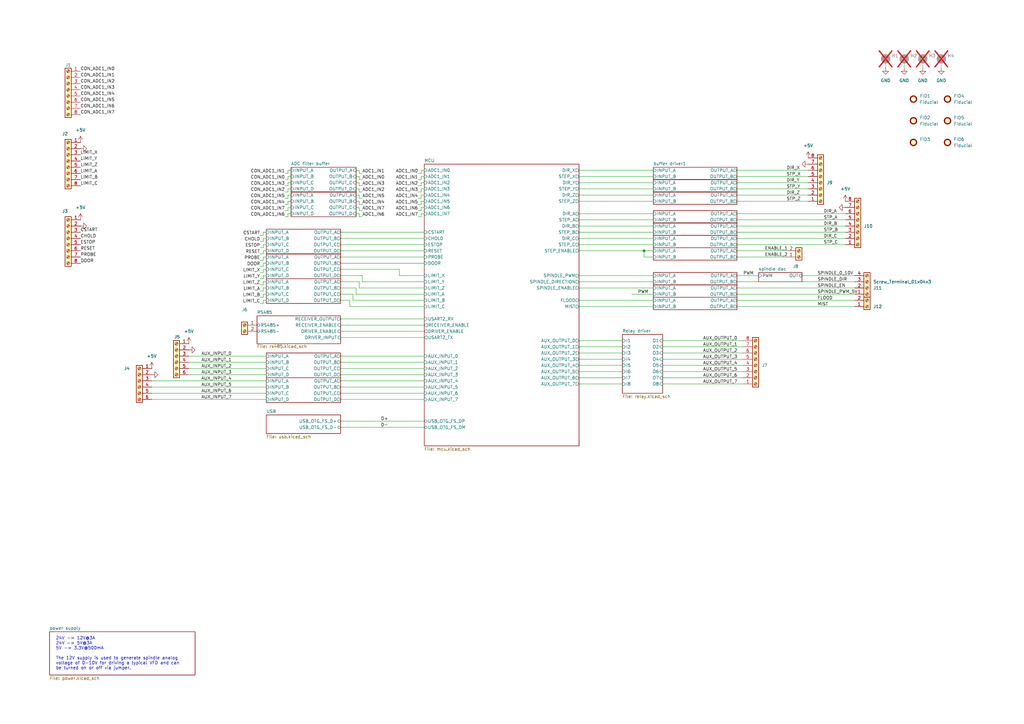
<source format=kicad_sch>
(kicad_sch (version 20250114) (generator "eeschema") (generator_version "9.0")
  (paper "A3")
  (title_block (date "2025-05-23") (rev "1"))
  (lib_symbols
    (symbol "Connector:Screw_Terminal_01x02" (pin_names (offset 1.016) (hide yes))
      (property "Reference" "J" (at 0 2.54 0))
      (property "Value" "Screw_Terminal_01x02" (at 0 -5.08 0))
      (symbol "Screw_Terminal_01x02_1_1"
        (pin passive line (at -5.08 0 0) (length 3.81) (name "Pin_1") (number "1"))
        (pin passive line (at -5.08 -2.54 0) (length 3.81) (name "Pin_2") (number "2"))
      )
    )
    (symbol "Connector:Screw_Terminal_01x04" (pin_names (offset 1.016) (hide yes))
      (property "Reference" "J" (at 0 5.08 0))
      (property "Value" "Screw_Terminal_01x04" (at 0 -7.62 0))
      (symbol "Screw_Terminal_01x04_1_1"
        (pin passive line (at -5.08 2.54 0) (length 3.81) (name "Pin_1") (number "1"))
        (pin passive line (at -5.08 0 0) (length 3.81) (name "Pin_2") (number "2"))
        (pin passive line (at -5.08 -2.54 0) (length 3.81) (name "Pin_3") (number "3"))
        (pin passive line (at -5.08 -5.08 0) (length 3.81) (name "Pin_4") (number "4"))
      )
    )
    (symbol "Connector:Screw_Terminal_01x06" (pin_names (offset 1.016) (hide yes))
      (property "Reference" "J" (at 0 7.62 0))
      (property "Value" "Screw_Terminal_01x06" (at 0 -10.16 0))
      (symbol "Screw_Terminal_01x06_1_1"
        (pin passive line (at -5.08 5.08 0) (length 3.81) (name "Pin_1") (number "1"))
        (pin passive line (at -5.08 2.54 0) (length 3.81) (name "Pin_2") (number "2"))
        (pin passive line (at -5.08 0 0) (length 3.81) (name "Pin_3") (number "3"))
        (pin passive line (at -5.08 -2.54 0) (length 3.81) (name "Pin_4") (number "4"))
        (pin passive line (at -5.08 -5.08 0) (length 3.81) (name "Pin_5") (number "5"))
        (pin passive line (at -5.08 -7.62 0) (length 3.81) (name "Pin_6") (number "6"))
      )
    )
    (symbol "Connector:Screw_Terminal_01x08" (pin_names (offset 1.016) (hide yes))
      (property "Reference" "J" (at 0 10.16 0))
      (property "Value" "Screw_Terminal_01x08" (at 0 -12.7 0))
      (symbol "Screw_Terminal_01x08_1_1"
        (pin passive line (at -5.08 7.62 0) (length 3.81) (name "Pin_1") (number "1"))
        (pin passive line (at -5.08 5.08 0) (length 3.81) (name "Pin_2") (number "2"))
        (pin passive line (at -5.08 2.54 0) (length 3.81) (name "Pin_3") (number "3"))
        (pin passive line (at -5.08 0 0) (length 3.81) (name "Pin_4") (number "4"))
        (pin passive line (at -5.08 -2.54 0) (length 3.81) (name "Pin_5") (number "5"))
        (pin passive line (at -5.08 -5.08 0) (length 3.81) (name "Pin_6") (number "6"))
        (pin passive line (at -5.08 -7.62 0) (length 3.81) (name "Pin_7") (number "7"))
        (pin passive line (at -5.08 -10.16 0) (length 3.81) (name "Pin_8") (number "8"))
      )
    )
    (symbol "Mechanical:Fiducial" (in_bom no)
      (property "Reference" "FID" (at 0 5.08 0))
      (property "Value" "Fiducial" (at 0 3.175 0))
    )
    (symbol "Mechanical:MountingHole_Pad" (pin_numbers (hide yes)) (pin_names (offset 1.016) (hide yes)) (in_bom no)
      (property "Reference" "H" (at 0 6.35 0))
      (property "Value" "MountingHole_Pad" (at 0 4.445 0))
      (symbol "MountingHole_Pad_1_1"
        (pin input line (at 0 -2.54 90) (length 2.54) (name "1") (number "1"))
      )
    )
    (symbol "power:+5V" (power) (pin_numbers (hide yes)) (pin_names (offset 0) (hide yes))
      (property "Value" "+5V" (at 0 3.556 0))
      (symbol "+5V_1_1"
        (pin power_in line (at 0 0 90) (length 0) (name "~") (number "1"))
      )
    )
    (symbol "power:GND" (power) (pin_numbers (hide yes)) (pin_names (offset 0) (hide yes))
      (property "Value" "GND" (at 0 -3.81 0))
      (symbol "GND_1_1"
        (pin power_in line (at 0 0 270) (length 0) (name "~") (number "1"))
      )
    )
  )
  (text "24V -> 12V@3A\n24V -> 5V@3A\n5V -> 3.3V@500mA\n\nThe 12V supply is used to generate spindle analog\nvoltage of 0-10V for driving a typical VFD and can\nbe turned on or off via jumper.\n" (at 22.86 267.97 0) (effects (font (size 1.27 1.27)) (justify left)))
  (junction (at 264.16 102.87))
  (wire (pts (xy 107.95 118.11) (xy 107.95 119.38)))
  (wire (pts (xy 139.7 175.26) (xy 173.99 175.26)))
  (wire (pts (xy 147.32 86.36) (xy 147.32 85.09)))
  (wire (pts (xy 107.95 100.33) (xy 107.95 101.6)))
  (wire (pts (xy 172.72 82.55) (xy 172.72 83.82)))
  (wire (pts (xy 302.26 115.57) (xy 350.52 115.57)))
  (wire (pts (xy 139.7 130.81) (xy 173.99 130.81)))
  (wire (pts (xy 118.11 81.28) (xy 118.11 80.01)))
  (wire (pts (xy 144.78 123.19) (xy 173.99 123.19)))
  (wire (pts (xy 144.78 120.65) (xy 144.78 123.19)))
  (wire (pts (xy 173.99 80.01) (xy 172.72 80.01)))
  (wire (pts (xy 107.95 118.11) (xy 109.22 118.11)))
  (wire (pts (xy 139.7 163.83) (xy 173.99 163.83)))
  (wire (pts (xy 302.26 120.65) (xy 350.52 120.65)))
  (wire (pts (xy 328.93 113.03) (xy 350.52 113.03)))
  (wire (pts (xy 172.72 72.39) (xy 172.72 73.66)))
  (wire (pts (xy 146.05 120.65) (xy 146.05 118.11)))
  (wire (pts (xy 237.49 125.73) (xy 267.97 125.73)))
  (wire (pts (xy 139.7 95.25) (xy 173.99 95.25)))
  (wire (pts (xy 77.47 148.59) (xy 109.22 148.59)))
  (wire (pts (xy 267.97 120.65) (xy 259.08 120.65)))
  (wire (pts (xy 139.7 158.75) (xy 173.99 158.75)))
  (wire (pts (xy 118.11 88.9) (xy 116.84 88.9)))
  (wire (pts (xy 237.49 139.7) (xy 255.27 139.7)))
  (wire (pts (xy 237.49 149.86) (xy 255.27 149.86)))
  (wire (pts (xy 106.68 111.76) (xy 107.95 111.76)))
  (wire (pts (xy 107.95 106.68) (xy 106.68 106.68)))
  (wire (pts (xy 107.95 99.06) (xy 106.68 99.06)))
  (wire (pts (xy 264.16 105.41) (xy 267.97 105.41)))
  (wire (pts (xy 118.11 73.66) (xy 118.11 72.39)))
  (wire (pts (xy 139.7 172.72) (xy 173.99 172.72)))
  (wire (pts (xy 107.95 107.95) (xy 107.95 109.22)))
  (wire (pts (xy 139.7 120.65) (xy 144.78 120.65)))
  (wire (pts (xy 173.99 113.03) (xy 163.83 113.03)))
  (wire (pts (xy 172.72 86.36) (xy 171.45 86.36)))
  (wire (pts (xy 172.72 69.85) (xy 172.72 71.12)))
  (wire (pts (xy 107.95 120.65) (xy 109.22 120.65)))
  (wire (pts (xy 237.49 92.71) (xy 267.97 92.71)))
  (wire (pts (xy 302.26 87.63) (xy 346.71 87.63)))
  (wire (pts (xy 147.32 81.28) (xy 148.59 81.28)))
  (wire (pts (xy 302.26 113.03) (xy 311.15 113.03)))
  (wire (pts (xy 147.32 85.09) (xy 146.05 85.09)))
  (wire (pts (xy 237.49 123.19) (xy 267.97 123.19)))
  (wire (pts (xy 107.95 109.22) (xy 106.68 109.22)))
  (wire (pts (xy 116.84 86.36) (xy 118.11 86.36)))
  (wire (pts (xy 147.32 80.01) (xy 147.32 81.28)))
  (wire (pts (xy 237.49 147.32) (xy 255.27 147.32)))
  (wire (pts (xy 172.72 74.93) (xy 172.72 76.2)))
  (wire (pts (xy 139.7 97.79) (xy 173.99 97.79)))
  (wire (pts (xy 146.05 87.63) (xy 147.32 87.63)))
  (wire (pts (xy 139.7 100.33) (xy 173.99 100.33)))
  (wire (pts (xy 173.99 69.85) (xy 172.72 69.85)))
  (wire (pts (xy 148.59 115.57) (xy 173.99 115.57)))
  (wire (pts (xy 147.32 74.93) (xy 147.32 76.2)))
  (wire (pts (xy 271.78 149.86) (xy 304.8 149.86)))
  (wire (pts (xy 107.95 115.57) (xy 109.22 115.57)))
  (wire (pts (xy 147.32 82.55) (xy 147.32 83.82)))
  (wire (pts (xy 139.7 151.13) (xy 173.99 151.13)))
  (wire (pts (xy 139.7 107.95) (xy 173.99 107.95)))
  (wire (pts (xy 77.47 146.05) (xy 109.22 146.05)))
  (wire (pts (xy 147.32 73.66) (xy 147.32 72.39)))
  (wire (pts (xy 143.51 125.73) (xy 173.99 125.73)))
  (wire (pts (xy 118.11 74.93) (xy 118.11 76.2)))
  (wire (pts (xy 237.49 152.4) (xy 255.27 152.4)))
  (wire (pts (xy 116.84 78.74) (xy 118.11 78.74)))
  (wire (pts (xy 118.11 83.82) (xy 118.11 82.55)))
  (wire (pts (xy 118.11 72.39) (xy 119.38 72.39)))
  (wire (pts (xy 116.84 83.82) (xy 118.11 83.82)))
  (wire (pts (xy 264.16 102.87) (xy 264.16 105.41)))
  (wire (pts (xy 139.7 148.59) (xy 173.99 148.59)))
  (wire (pts (xy 147.32 72.39) (xy 146.05 72.39)))
  (wire (pts (xy 139.7 138.43) (xy 173.99 138.43)))
  (wire (pts (xy 139.7 146.05) (xy 173.99 146.05)))
  (wire (pts (xy 237.49 77.47) (xy 267.97 77.47)))
  (wire (pts (xy 118.11 87.63) (xy 118.11 88.9)))
  (wire (pts (xy 77.47 151.13) (xy 109.22 151.13)))
  (wire (pts (xy 147.32 115.57) (xy 147.32 118.11)))
  (wire (pts (xy 237.49 144.78) (xy 255.27 144.78)))
  (wire (pts (xy 302.26 90.17) (xy 346.71 90.17)))
  (wire (pts (xy 302.26 74.93) (xy 331.47 74.93)))
  (wire (pts (xy 147.32 87.63) (xy 147.32 88.9)))
  (wire (pts (xy 139.7 115.57) (xy 147.32 115.57)))
  (wire (pts (xy 118.11 76.2) (xy 116.84 76.2)))
  (wire (pts (xy 302.26 102.87) (xy 322.58 102.87)))
  (wire (pts (xy 147.32 88.9) (xy 148.59 88.9)))
  (wire (pts (xy 302.26 77.47) (xy 331.47 77.47)))
  (wire (pts (xy 173.99 72.39) (xy 172.72 72.39)))
  (wire (pts (xy 107.95 119.38) (xy 106.68 119.38)))
  (wire (pts (xy 116.84 73.66) (xy 118.11 73.66)))
  (wire (pts (xy 302.26 118.11) (xy 350.52 118.11)))
  (wire (pts (xy 119.38 87.63) (xy 118.11 87.63)))
  (wire (pts (xy 107.95 111.76) (xy 107.95 110.49)))
  (wire (pts (xy 118.11 82.55) (xy 119.38 82.55)))
  (wire (pts (xy 147.32 76.2) (xy 148.59 76.2)))
  (wire (pts (xy 271.78 142.24) (xy 304.8 142.24)))
  (wire (pts (xy 77.47 153.67) (xy 109.22 153.67)))
  (wire (pts (xy 116.84 71.12) (xy 118.11 71.12)))
  (wire (pts (xy 146.05 80.01) (xy 147.32 80.01)))
  (wire (pts (xy 173.99 120.65) (xy 146.05 120.65)))
  (wire (pts (xy 237.49 69.85) (xy 267.97 69.85)))
  (wire (pts (xy 172.72 85.09) (xy 172.72 86.36)))
  (wire (pts (xy 302.26 80.01) (xy 331.47 80.01)))
  (wire (pts (xy 139.7 161.29) (xy 173.99 161.29)))
  (wire (pts (xy 139.7 153.67) (xy 173.99 153.67)))
  (wire (pts (xy 148.59 78.74) (xy 147.32 78.74)))
  (wire (pts (xy 118.11 78.74) (xy 118.11 77.47)))
  (wire (pts (xy 237.49 72.39) (xy 267.97 72.39)))
  (wire (pts (xy 62.23 158.75) (xy 109.22 158.75)))
  (wire (pts (xy 109.22 100.33) (xy 107.95 100.33)))
  (wire (pts (xy 172.72 76.2) (xy 171.45 76.2)))
  (wire (pts (xy 237.49 115.57) (xy 267.97 115.57)))
  (wire (pts (xy 118.11 77.47) (xy 119.38 77.47)))
  (wire (pts (xy 173.99 77.47) (xy 172.72 77.47)))
  (wire (pts (xy 237.49 74.93) (xy 267.97 74.93)))
  (wire (pts (xy 148.59 86.36) (xy 147.32 86.36)))
  (wire (pts (xy 264.16 102.87) (xy 267.97 102.87)))
  (wire (pts (xy 172.72 87.63) (xy 173.99 87.63)))
  (wire (pts (xy 163.83 110.49) (xy 139.7 110.49)))
  (wire (pts (xy 148.59 113.03) (xy 148.59 115.57)))
  (wire (pts (xy 107.95 95.25) (xy 107.95 96.52)))
  (wire (pts (xy 119.38 74.93) (xy 118.11 74.93)))
  (wire (pts (xy 271.78 154.94) (xy 304.8 154.94)))
  (wire (pts (xy 237.49 95.25) (xy 267.97 95.25)))
  (wire (pts (xy 109.22 105.41) (xy 107.95 105.41)))
  (wire (pts (xy 139.7 105.41) (xy 173.99 105.41)))
  (wire (pts (xy 147.32 83.82) (xy 148.59 83.82)))
  (wire (pts (xy 147.32 71.12) (xy 147.32 69.85)))
  (wire (pts (xy 237.49 100.33) (xy 267.97 100.33)))
  (wire (pts (xy 302.26 125.73) (xy 350.52 125.73)))
  (wire (pts (xy 173.99 85.09) (xy 172.72 85.09)))
  (wire (pts (xy 118.11 85.09) (xy 119.38 85.09)))
  (wire (pts (xy 107.95 124.46) (xy 106.68 124.46)))
  (wire (pts (xy 271.78 139.7) (xy 304.8 139.7)))
  (wire (pts (xy 173.99 82.55) (xy 172.72 82.55)))
  (wire (pts (xy 302.26 92.71) (xy 346.71 92.71)))
  (wire (pts (xy 139.7 113.03) (xy 148.59 113.03)))
  (wire (pts (xy 116.84 81.28) (xy 118.11 81.28)))
  (wire (pts (xy 147.32 77.47) (xy 146.05 77.47)))
  (wire (pts (xy 139.7 133.35) (xy 173.99 133.35)))
  (wire (pts (xy 62.23 156.21) (xy 109.22 156.21)))
  (wire (pts (xy 109.22 97.79) (xy 107.95 97.79)))
  (wire (pts (xy 147.32 78.74) (xy 147.32 77.47)))
  (wire (pts (xy 139.7 156.21) (xy 173.99 156.21)))
  (wire (pts (xy 107.95 102.87) (xy 107.95 104.14)))
  (wire (pts (xy 109.22 107.95) (xy 107.95 107.95)))
  (wire (pts (xy 139.7 123.19) (xy 143.51 123.19)))
  (wire (pts (xy 62.23 163.83) (xy 109.22 163.83)))
  (wire (pts (xy 302.26 82.55) (xy 331.47 82.55)))
  (wire (pts (xy 118.11 86.36) (xy 118.11 85.09)))
  (wire (pts (xy 146.05 118.11) (xy 139.7 118.11)))
  (wire (pts (xy 237.49 142.24) (xy 255.27 142.24)))
  (wire (pts (xy 271.78 144.78) (xy 304.8 144.78)))
  (wire (pts (xy 107.95 113.03) (xy 107.95 114.3)))
  (wire (pts (xy 237.49 87.63) (xy 267.97 87.63)))
  (wire (pts (xy 118.11 80.01) (xy 119.38 80.01)))
  (wire (pts (xy 107.95 104.14) (xy 106.68 104.14)))
  (wire (pts (xy 163.83 113.03) (xy 163.83 110.49)))
  (wire (pts (xy 107.95 115.57) (xy 107.95 116.84)))
  (wire (pts (xy 62.23 161.29) (xy 109.22 161.29)))
  (wire (pts (xy 172.72 78.74) (xy 171.45 78.74)))
  (wire (pts (xy 237.49 113.03) (xy 267.97 113.03)))
  (wire (pts (xy 147.32 69.85) (xy 146.05 69.85)))
  (wire (pts (xy 109.22 102.87) (xy 107.95 102.87)))
  (wire (pts (xy 271.78 157.48) (xy 304.8 157.48)))
  (wire (pts (xy 172.72 83.82) (xy 171.45 83.82)))
  (wire (pts (xy 107.95 95.25) (xy 109.22 95.25)))
  (wire (pts (xy 172.72 73.66) (xy 171.45 73.66)))
  (wire (pts (xy 302.26 123.19) (xy 350.52 123.19)))
  (wire (pts (xy 172.72 77.47) (xy 172.72 78.74)))
  (wire (pts (xy 146.05 74.93) (xy 147.32 74.93)))
  (wire (pts (xy 148.59 73.66) (xy 147.32 73.66)))
  (wire (pts (xy 107.95 101.6) (xy 106.68 101.6)))
  (wire (pts (xy 107.95 105.41) (xy 107.95 106.68)))
  (wire (pts (xy 107.95 97.79) (xy 107.95 99.06)))
  (wire (pts (xy 271.78 147.32) (xy 304.8 147.32)))
  (wire (pts (xy 302.26 100.33) (xy 346.71 100.33)))
  (wire (pts (xy 237.49 90.17) (xy 267.97 90.17)))
  (wire (pts (xy 171.45 88.9) (xy 172.72 88.9)))
  (wire (pts (xy 302.26 95.25) (xy 346.71 95.25)))
  (wire (pts (xy 148.59 71.12) (xy 147.32 71.12)))
  (wire (pts (xy 172.72 71.12) (xy 171.45 71.12)))
  (wire (pts (xy 107.95 113.03) (xy 109.22 113.03)))
  (wire (pts (xy 172.72 80.01) (xy 172.72 81.28)))
  (wire (pts (xy 107.95 123.19) (xy 109.22 123.19)))
  (wire (pts (xy 237.49 80.01) (xy 267.97 80.01)))
  (wire (pts (xy 107.95 116.84) (xy 106.68 116.84)))
  (wire (pts (xy 146.05 82.55) (xy 147.32 82.55)))
  (wire (pts (xy 143.51 123.19) (xy 143.51 125.73)))
  (wire (pts (xy 237.49 157.48) (xy 255.27 157.48)))
  (wire (pts (xy 237.49 82.55) (xy 267.97 82.55)))
  (wire (pts (xy 107.95 96.52) (xy 106.68 96.52)))
  (wire (pts (xy 107.95 123.19) (xy 107.95 124.46)))
  (wire (pts (xy 147.32 118.11) (xy 173.99 118.11)))
  (wire (pts (xy 237.49 154.94) (xy 255.27 154.94)))
  (wire (pts (xy 172.72 81.28) (xy 171.45 81.28)))
  (wire (pts (xy 302.26 72.39) (xy 331.47 72.39)))
  (wire (pts (xy 139.7 135.89) (xy 173.99 135.89)))
  (wire (pts (xy 237.49 118.11) (xy 267.97 118.11)))
  (wire (pts (xy 107.95 114.3) (xy 106.68 114.3)))
  (wire (pts (xy 107.95 110.49) (xy 109.22 110.49)))
  (wire (pts (xy 107.95 120.65) (xy 107.95 121.92)))
  (wire (pts (xy 237.49 102.87) (xy 264.16 102.87)))
  (wire (pts (xy 302.26 69.85) (xy 331.47 69.85)))
  (wire (pts (xy 173.99 74.93) (xy 172.72 74.93)))
  (wire (pts (xy 302.26 105.41) (xy 322.58 105.41)))
  (wire (pts (xy 118.11 69.85) (xy 119.38 69.85)))
  (wire (pts (xy 107.95 121.92) (xy 106.68 121.92)))
  (wire (pts (xy 302.26 97.79) (xy 346.71 97.79)))
  (wire (pts (xy 237.49 97.79) (xy 267.97 97.79)))
  (wire (pts (xy 118.11 71.12) (xy 118.11 69.85)))
  (wire (pts (xy 139.7 102.87) (xy 173.99 102.87)))
  (wire (pts (xy 271.78 152.4) (xy 304.8 152.4)))
  (wire (pts (xy 172.72 88.9) (xy 172.72 87.63)))
  (label "AUX_INPUT_0" (at 82.55 146.05 0))
  (label "ADC1_IN3" (at 171.45 78.74 180))
  (label "ADC1_IN6" (at 148.59 88.9 0))
  (label "LIMIT_B" (at 106.68 121.92 180))
  (label "RESET" (at 106.68 104.14 180))
  (label "SPINDLE_EN" (at 335.28 118.11 0))
  (label "DIR_A" (at 337.82 87.63 0))
  (label "LIMIT_X" (at 106.68 111.76 180))
  (label "CON_ADC1_IN6" (at 116.84 88.9 180))
  (label "ESTOP" (at 33.02 100.33 0))
  (label "LIMIT_A" (at 106.68 119.38 180))
  (label "LIMIT_Z" (at 106.68 116.84 180))
  (label "ESTOP" (at 106.68 101.6 180))
  (label "DIR_Z" (at 322.58 80.01 0))
  (label "MIST" (at 335.28 125.73 0))
  (label "CON_ADC1_IN2" (at 33.02 34.29 0))
  (label "AUX_INPUT_4" (at 82.55 156.21 0))
  (label "AUX_OUTPUT_1" (at 288.29 142.24 0))
  (label "AUX_OUTPUT_2" (at 288.29 144.78 0))
  (label "D-" (at 156.21 175.26 0))
  (label "CON_ADC1_IN1" (at 116.84 71.12 180))
  (label "DIR_X" (at 322.58 69.85 0))
  (label "LIMIT_A" (at 33.02 71.12 0))
  (label "AUX_INPUT_5" (at 82.55 158.75 0))
  (label "ADC1_IN7" (at 148.59 86.36 0))
  (label "ENABLE_1" (at 313.69 102.87 0))
  (label "LIMIT_Y" (at 106.68 114.3 180))
  (label "LIMIT_Z" (at 33.02 68.58 0))
  (label "PWM" (at 261.62 120.65 0))
  (label "STP_Y" (at 322.58 77.47 0))
  (label "ADC1_IN2" (at 148.59 78.74 0))
  (label "AUX_OUTPUT_3" (at 288.29 147.32 0))
  (label "AUX_INPUT_6" (at 82.55 161.29 0))
  (label "ADC1_IN0" (at 148.59 73.66 0))
  (label "STP_Z" (at 322.58 82.55 0))
  (label "ADC1_IN2" (at 171.45 76.2 180))
  (label "PROBE" (at 33.02 105.41 0))
  (label "LIMIT_Y" (at 33.02 66.04 0))
  (label "ADC1_IN4" (at 171.45 81.28 180))
  (label "CON_ADC1_IN3" (at 116.84 76.2 180))
  (label "STP_X" (at 322.58 72.39 0))
  (label "AUX_INPUT_2" (at 82.55 151.13 0))
  (label "SPINDLE_DIR" (at 335.28 115.57 0))
  (label "PWM" (at 304.8 113.03 0))
  (label "ADC1_IN4" (at 148.59 83.82 0))
  (label "ADC1_IN6" (at 171.45 86.36 180))
  (label "CON_ADC1_IN7" (at 116.84 86.36 180))
  (label "AUX_INPUT_7" (at 82.55 163.83 0))
  (label "LIMIT_B" (at 33.02 73.66 0))
  (label "PROBE" (at 106.68 106.68 180))
  (label "CON_ADC1_IN2" (at 116.84 78.74 180))
  (label "ENABLE_2" (at 313.69 105.41 0))
  (label "CON_ADC1_IN0" (at 116.84 73.66 180))
  (label "CHOLD" (at 33.02 97.79 0))
  (label "CSTART" (at 106.68 96.52 180))
  (label "LIMIT_C" (at 33.02 76.2 0))
  (label "ADC1_IN0" (at 171.45 71.12 180))
  (label "AUX_INPUT_3" (at 82.55 153.67 0))
  (label "LIMIT_C" (at 106.68 124.46 180))
  (label "DOOR" (at 33.02 107.95 0))
  (label "SPINDLE_0_10V" (at 335.28 113.03 0))
  (label "AUX_OUTPUT_7" (at 288.29 157.48 0))
  (label "CON_ADC1_IN7" (at 33.02 46.99 0))
  (label "LIMIT_X" (at 33.02 63.5 0))
  (label "CON_ADC1_IN5" (at 33.02 41.91 0))
  (label "STP_B" (at 337.82 95.25 0))
  (label "AUX_OUTPUT_0" (at 288.29 139.7 0))
  (label "STP_A" (at 337.82 90.17 0))
  (label "ADC1_IN1" (at 171.45 73.66 180))
  (label "CHOLD" (at 106.68 99.06 180))
  (label "CON_ADC1_IN6" (at 33.02 44.45 0))
  (label "AUX_INPUT_1" (at 82.55 148.59 0))
  (label "CON_ADC1_IN4" (at 33.02 39.37 0))
  (label "CON_ADC1_IN3" (at 33.02 36.83 0))
  (label "DIR_Y" (at 322.58 74.93 0))
  (label "D+" (at 156.21 172.72 0))
  (label "SPINDLE_PWM_5V" (at 335.28 120.65 0))
  (label "DIR_B" (at 337.82 92.71 0))
  (label "AUX_OUTPUT_5" (at 288.29 152.4 0))
  (label "DOOR" (at 106.68 109.22 180))
  (label "STP_C" (at 337.82 100.33 0))
  (label "AUX_OUTPUT_6" (at 288.29 154.94 0))
  (label "CSTART" (at 33.02 95.25 0))
  (label "AUX_OUTPUT_4" (at 288.29 149.86 0))
  (label "ADC1_IN5" (at 148.59 81.28 0))
  (label "RESET" (at 33.02 102.87 0))
  (label "CON_ADC1_IN0" (at 33.02 29.21 0))
  (label "CON_ADC1_IN4" (at 116.84 83.82 180))
  (label "ADC1_IN1" (at 148.59 71.12 0))
  (label "ADC1_IN7" (at 171.45 88.9 180))
  (label "CON_ADC1_IN5" (at 116.84 81.28 180))
  (label "DIR_C" (at 337.82 97.79 0))
  (label "FLOOD" (at 335.28 123.19 0))
  (label "ADC1_IN3" (at 148.59 76.2 0))
  (label "ADC1_IN5" (at 171.45 83.82 180))
  (label "CON_ADC1_IN1" (at 33.02 31.75 0))
  (symbol (lib_id "power:+5V") (at 33.02 58.42 0) (unit 1)
    (property "Reference" "#PWR01" (effects (hide yes)))
    (property "Value" "+5V" (at 33.02 53.34 0))
    (property "Description" "Power symbol creates a global label with name \"+5V\"" (effects (hide yes)))
  )
  (symbol (lib_id "power:GND") (at 33.02 92.71 90) (unit 1)
    (property "Reference" "#PWR04" (effects (hide yes)))
    (property "Value" "GND" (effects (hide yes)))
    (property "Description" "Power symbol creates a global label with name \"GND\" , ground" (effects (hide yes)))
  )
  (symbol (lib_id "power:GND") (at 370.84 27.94 0) (unit 1)
    (property "Reference" "#PWR014" (effects (hide yes)))
    (property "Value" "GND" (at 370.84 33.02 0))
    (property "Description" "Power symbol creates a global label with name \"GND\" , ground" (effects (hide yes)))
  )
  (symbol (lib_id "Connector:Screw_Terminal_01x08") (at 351.79 92.71 0) (mirror x) (unit 1)
    (property "Reference" "J10" (at 354.33 92.7101 0) (effects (justify left)))
    (property "Value" "Screw_Terminal_01x08" (effects (hide yes)))
    (property "Footprint" "openPNP:CONN-TH_8P-P3.81_WJ15EDGRC-3.81-8P" (effects (hide yes)))
    (property "Datasheet" "https://datasheet.lcsc.com/lcsc/1912251636_Ningbo-Kangnex-Elec-WJ15EDGRC-3-81-8P_C14235.pdf?_gl=1*ocebmd*_ga*MTA5OTM3NDU3Ny4xNzE3ODEwNDk4*_ga_98M84MKSZH*MTcxODA3ODI1MC4xOS4xLjE3MTgwODU2NDYuNDcuMC4w" (effects (hide yes)))
    (property "Description" "8 Bend 1 3.81mm 1x8P Green Board Edge/Receptacle-Close Push-Pull,P=3.81mm Pluggable System Terminal Block ROHS" (effects (hide yes)))
    (property "Notes" "matching push in block is WJ15EDGK-3.81-8P" (effects (hide yes)))
    (property "#" "C14235" (effects (hide yes)))
  )
  (symbol (lib_id "power:GND") (at 363.22 27.94 0) (unit 1)
    (property "Reference" "#PWR013" (effects (hide yes)))
    (property "Value" "GND" (at 363.22 33.02 0))
    (property "Description" "Power symbol creates a global label with name \"GND\" , ground" (effects (hide yes)))
  )
  (symbol (lib_id "power:+5V") (at 77.47 140.97 0) (unit 1)
    (property "Reference" "#PWR07" (effects (hide yes)))
    (property "Value" "+5V" (at 77.47 135.89 0))
    (property "Description" "Power symbol creates a global label with name \"+5V\"" (effects (hide yes)))
  )
  (symbol (lib_id "power:+5V") (at 33.02 90.17 0) (unit 1)
    (property "Reference" "#PWR03" (effects (hide yes)))
    (property "Value" "+5V" (at 33.02 85.09 0))
    (property "Description" "Power symbol creates a global label with name \"+5V\"" (effects (hide yes)))
  )
  (symbol (lib_id "power:GND") (at 33.02 60.96 90) (unit 1)
    (property "Reference" "#PWR02" (effects (hide yes)))
    (property "Value" "GND" (effects (hide yes)))
    (property "Description" "Power symbol creates a global label with name \"GND\" , ground" (effects (hide yes)))
  )
  (symbol (lib_id "power:GND") (at 386.08 27.94 0) (unit 1)
    (property "Reference" "#PWR016" (effects (hide yes)))
    (property "Value" "GND" (at 386.08 33.02 0))
    (property "Description" "Power symbol creates a global label with name \"GND\" , ground" (effects (hide yes)))
  )
  (symbol (lib_id "power:+5V") (at 62.23 151.13 0) (unit 1)
    (property "Reference" "#PWR05" (effects (hide yes)))
    (property "Value" "+5V" (at 62.23 146.05 0))
    (property "Description" "Power symbol creates a global label with name \"+5V\"" (effects (hide yes)))
  )
  (symbol (lib_id "power:GND") (at 378.46 27.94 0) (unit 1)
    (property "Reference" "#PWR015" (effects (hide yes)))
    (property "Value" "GND" (at 378.46 33.02 0))
    (property "Description" "Power symbol creates a global label with name \"GND\" , ground" (effects (hide yes)))
  )
  (symbol (lib_id "power:GND") (at 62.23 153.67 90) (unit 1)
    (property "Reference" "#PWR06" (effects (hide yes)))
    (property "Value" "GND" (effects (hide yes)))
    (property "Description" "Power symbol creates a global label with name \"GND\" , ground" (effects (hide yes)))
  )
  (symbol (lib_id "Connector:Screw_Terminal_01x06") (at 57.15 156.21 0) (mirror y) (unit 1)
    (property "Reference" "J4" (at 52.07 151.13 0))
    (property "Value" "Screw_Terminal_01x06" (effects (hide yes)))
    (property "Footprint" "openPNP:CONN-TH_WJ15EDGRC-3.81-6P" (effects (hide yes)))
    (property "Datasheet" "https://datasheet.lcsc.com/lcsc/1912251632_Ningbo-Kangnex-Elec-WJ15EDGRC-3-81-6P_C7246.pdf?_gl=1*ku9miw*_ga*MTA5OTM3NDU3Ny4xNzE3ODEwNDk4*_ga_98M84MKSZH*MTcxODA3ODI1MC4xOS4xLjE3MTgwODU3MjcuNjAuMC4w" (effects (hide yes)))
    (property "Description" "6 Bend 1 3.81mm 1x6P Green Board Edge/Receptacle-Close Push-Pull,P=3.81mm Pluggable System Terminal Block ROHS" (effects (hide yes)))
    (property "Notes" "matching push in block is WJ15EDGK-3.81-6P" (effects (hide yes)))
    (property "#" "C7246" (effects (hide yes)))
  )
  (symbol (lib_id "Mechanical:Fiducial") (at 388.62 49.53 0) (unit 1) (exclude_from_sim yes) (in_bom no)
    (property "Reference" "FID5" (at 391.16 48.2599 0) (effects (justify left)))
    (property "Value" "Fiducial" (at 391.16 50.7999 0) (effects (justify left)))
    (property "Footprint" "Fiducial:Fiducial_1mm_Mask2mm" (effects (hide yes)))
    (property "Description" "Fiducial Marker" (effects (hide yes)))
  )
  (symbol (lib_id "Mechanical:Fiducial") (at 374.65 58.42 0) (unit 1) (exclude_from_sim yes) (in_bom no)
    (property "Reference" "FID3" (at 377.19 57.1499 0) (effects (justify left)))
    (property "Value" "Fiducial" (effects (hide yes)))
    (property "Footprint" "Fiducial:Fiducial_1mm_Mask2mm" (effects (hide yes)))
    (property "Description" "Fiducial Marker" (effects (hide yes)))
  )
  (symbol (lib_id "Connector:Screw_Terminal_01x02") (at 100.33 133.35 0) (mirror y) (unit 1)
    (property "Reference" "J6" (at 100.33 127 0))
    (property "Value" "Screw_Terminal_01x02" (effects (hide yes)))
    (property "Footprint" "openPNP:CONN-TH_2P-P3.81_WJ15EDGRC-3.81-2P" (effects (hide yes)))
    (property "Datasheet" "https://datasheet.lcsc.com/lcsc/1912251632_Ningbo-Kangnex-Elec-WJ15EDGRC-3-81-2P_C8387.pdf?_gl=1*cugvrl*_ga*MTA5OTM3NDU3Ny4xNzE3ODEwNDk4*_ga_98M84MKSZH*MTcxODA3ODI1MC4xOS4xLjE3MTgwODU5MTIuNjAuMC4w" (effects (hide yes)))
    (property "Description" "2 Bend 1 3.81mm 1x2P Green Board Edge/Receptacle-Close Push-Pull,P=3.81mm Pluggable System Terminal Block ROHS" (effects (hide yes)))
    (property "Notes" "matching push in block is WJ15EDGK-3.81-2P" (effects (hide yes)))
    (property "#" "C8387" (effects (hide yes)))
  )
  (symbol (lib_id "Mechanical:Fiducial") (at 374.65 49.53 0) (unit 1) (exclude_from_sim yes) (in_bom no)
    (property "Reference" "FID2" (at 377.19 48.2599 0) (effects (justify left)))
    (property "Value" "Fiducial" (at 377.19 50.7999 0) (effects (justify left)))
    (property "Footprint" "Fiducial:Fiducial_1mm_Mask2mm" (effects (hide yes)))
    (property "Description" "Fiducial Marker" (effects (hide yes)))
  )
  (symbol (lib_id "Connector:Screw_Terminal_01x08") (at 27.94 97.79 0) (mirror y) (unit 1)
    (property "Reference" "J3" (at 26.67 86.614 0))
    (property "Value" "Screw_Terminal_01x08" (effects (hide yes)))
    (property "Footprint" "openPNP:CONN-TH_8P-P3.81_WJ15EDGRC-3.81-8P" (effects (hide yes)))
    (property "Datasheet" "https://datasheet.lcsc.com/lcsc/1912251636_Ningbo-Kangnex-Elec-WJ15EDGRC-3-81-8P_C14235.pdf?_gl=1*ocebmd*_ga*MTA5OTM3NDU3Ny4xNzE3ODEwNDk4*_ga_98M84MKSZH*MTcxODA3ODI1MC4xOS4xLjE3MTgwODU2NDYuNDcuMC4w" (effects (hide yes)))
    (property "Description" "8 Bend 1 3.81mm 1x8P Green Board Edge/Receptacle-Close Push-Pull,P=3.81mm Pluggable System Terminal Block ROHS" (effects (hide yes)))
    (property "Notes" "matching push in block is WJ15EDGK-3.81-8P" (effects (hide yes)))
    (property "#" "C14235" (effects (hide yes)))
  )
  (symbol (lib_id "power:GND") (at 77.47 143.51 90) (unit 1)
    (property "Reference" "#PWR08" (effects (hide yes)))
    (property "Value" "GND" (effects (hide yes)))
    (property "Description" "Power symbol creates a global label with name \"GND\" , ground" (effects (hide yes)))
  )
  (symbol (lib_id "Connector:Screw_Terminal_01x02") (at 327.66 105.41 0) (mirror x) (unit 1)
    (property "Reference" "J8" (at 325.12 109.22 0) (effects (justify left)))
    (property "Value" "Screw_Terminal_01x02" (effects (hide yes)))
    (property "Footprint" "openPNP:CONN-TH_2P-P3.81_WJ15EDGRC-3.81-2P" (effects (hide yes)))
    (property "Datasheet" "https://datasheet.lcsc.com/lcsc/1912251632_Ningbo-Kangnex-Elec-WJ15EDGRC-3-81-2P_C8387.pdf?_gl=1*cugvrl*_ga*MTA5OTM3NDU3Ny4xNzE3ODEwNDk4*_ga_98M84MKSZH*MTcxODA3ODI1MC4xOS4xLjE3MTgwODU5MTIuNjAuMC4w" (effects (hide yes)))
    (property "Description" "2 Bend 1 3.81mm 1x2P Green Board Edge/Receptacle-Close Push-Pull,P=3.81mm Pluggable System Terminal Block ROHS" (effects (hide yes)))
    (property "Notes" "matching push in block is WJ15EDGK-3.81-2P" (effects (hide yes)))
    (property "#" "C8387" (effects (hide yes)))
  )
  (symbol (lib_id "Connector:Screw_Terminal_01x08") (at 27.94 66.04 0) (mirror y) (unit 1)
    (property "Reference" "J2" (at 26.67 54.864 0))
    (property "Value" "Screw_Terminal_01x08" (effects (hide yes)))
    (property "Footprint" "openPNP:CONN-TH_8P-P3.81_WJ15EDGRC-3.81-8P" (effects (hide yes)))
    (property "Datasheet" "https://datasheet.lcsc.com/lcsc/1912251636_Ningbo-Kangnex-Elec-WJ15EDGRC-3-81-8P_C14235.pdf?_gl=1*ocebmd*_ga*MTA5OTM3NDU3Ny4xNzE3ODEwNDk4*_ga_98M84MKSZH*MTcxODA3ODI1MC4xOS4xLjE3MTgwODU2NDYuNDcuMC4w" (effects (hide yes)))
    (property "Description" "8 Bend 1 3.81mm 1x8P Green Board Edge/Receptacle-Close Push-Pull,P=3.81mm Pluggable System Terminal Block ROHS" (effects (hide yes)))
    (property "Notes" "matching push in block is WJ15EDGK-3.81-8P" (effects (hide yes)))
    (property "#" "C14235" (effects (hide yes)))
  )
  (symbol (lib_id "Connector:Screw_Terminal_01x08") (at 309.88 149.86 0) (mirror x) (unit 1)
    (property "Reference" "J7" (at 312.42 149.8601 0) (effects (justify left)))
    (property "Value" "Screw_Terminal_01x08" (effects (hide yes)))
    (property "Footprint" "openPNP:CONN-TH_8P-P3.81_WJ15EDGRC-3.81-8P" (effects (hide yes)))
    (property "Datasheet" "https://datasheet.lcsc.com/lcsc/1912251636_Ningbo-Kangnex-Elec-WJ15EDGRC-3-81-8P_C14235.pdf?_gl=1*ocebmd*_ga*MTA5OTM3NDU3Ny4xNzE3ODEwNDk4*_ga_98M84MKSZH*MTcxODA3ODI1MC4xOS4xLjE3MTgwODU2NDYuNDcuMC4w" (effects (hide yes)))
    (property "Description" "8 Bend 1 3.81mm 1x8P Green Board Edge/Receptacle-Close Push-Pull,P=3.81mm Pluggable System Terminal Block ROHS" (effects (hide yes)))
    (property "Notes" "matching push in block is WJ15EDGK-3.81-8P" (effects (hide yes)))
    (property "#" "C14235" (effects (hide yes)))
  )
  (symbol (lib_id "Mechanical:MountingHole_Pad") (at 363.22 25.4 0) (unit 1) (exclude_from_sim yes) (in_bom no) (dnp yes)
    (property "Reference" "H1" (at 365.76 22.8599 0) (effects (justify left)))
    (property "Value" "MountingHole_Pad" (effects (hide yes)))
    (property "Footprint" "MountingHole:MountingHole_3.2mm_M3_Pad_Via" (effects (hide yes)))
    (property "Description" "Mounting Hole with connection" (effects (hide yes)))
  )
  (symbol (lib_id "power:GND") (at 331.47 67.31 270) (unit 1)
    (property "Reference" "#PWR010" (effects (hide yes)))
    (property "Value" "GND" (effects (hide yes)))
    (property "Description" "Power symbol creates a global label with name \"GND\" , ground" (effects (hide yes)))
  )
  (symbol (lib_id "Connector:Screw_Terminal_01x06") (at 72.39 146.05 0) (mirror y) (unit 1)
    (property "Reference" "J5" (at 72.644 138.176 0))
    (property "Value" "Screw_Terminal_01x06" (effects (hide yes)))
    (property "Footprint" "openPNP:CONN-TH_WJ15EDGRC-3.81-6P" (effects (hide yes)))
    (property "Datasheet" "https://datasheet.lcsc.com/lcsc/1912251632_Ningbo-Kangnex-Elec-WJ15EDGRC-3-81-6P_C7246.pdf?_gl=1*ku9miw*_ga*MTA5OTM3NDU3Ny4xNzE3ODEwNDk4*_ga_98M84MKSZH*MTcxODA3ODI1MC4xOS4xLjE3MTgwODU3MjcuNjAuMC4w" (effects (hide yes)))
    (property "Description" "6 Bend 1 3.81mm 1x6P Green Board Edge/Receptacle-Close Push-Pull,P=3.81mm Pluggable System Terminal Block ROHS" (effects (hide yes)))
    (property "Notes" "matching push in block is WJ15EDGK-3.81-6P" (effects (hide yes)))
    (property "#" "C7246" (effects (hide yes)))
  )
  (symbol (lib_id "Connector:Screw_Terminal_01x02") (at 355.6 125.73 0) (mirror x) (unit 1)
    (property "Reference" "J12" (at 358.14 125.7301 0) (effects (justify left)))
    (property "Value" "Screw_Terminal_01x02" (effects (hide yes)))
    (property "Footprint" "openPNP:CONN-TH_2P-P3.81_WJ15EDGRC-3.81-2P" (effects (hide yes)))
    (property "Datasheet" "https://datasheet.lcsc.com/lcsc/1912251632_Ningbo-Kangnex-Elec-WJ15EDGRC-3-81-2P_C8387.pdf?_gl=1*cugvrl*_ga*MTA5OTM3NDU3Ny4xNzE3ODEwNDk4*_ga_98M84MKSZH*MTcxODA3ODI1MC4xOS4xLjE3MTgwODU5MTIuNjAuMC4w" (effects (hide yes)))
    (property "Description" "2 Bend 1 3.81mm 1x2P Green Board Edge/Receptacle-Close Push-Pull,P=3.81mm Pluggable System Terminal Block ROHS" (effects (hide yes)))
    (property "Notes" "matching push in block is WJ15EDGK-3.81-2P" (effects (hide yes)))
    (property "#" "C8387" (effects (hide yes)))
  )
  (symbol (lib_id "power:+5V") (at 331.47 64.77 0) (unit 1)
    (property "Reference" "#PWR09" (effects (hide yes)))
    (property "Value" "+5V" (at 331.47 59.69 0))
    (property "Description" "Power symbol creates a global label with name \"+5V\"" (effects (hide yes)))
  )
  (symbol (lib_id "Mechanical:Fiducial") (at 374.65 40.64 0) (unit 1) (exclude_from_sim yes) (in_bom no)
    (property "Reference" "FID1" (at 377.19 39.3699 0) (effects (justify left)))
    (property "Value" "Fiducial" (at 377.19 41.9099 0) (effects (justify left)))
    (property "Footprint" "Fiducial:Fiducial_1mm_Mask2mm" (effects (hide yes)))
    (property "Description" "Fiducial Marker" (effects (hide yes)))
  )
  (symbol (lib_id "Connector:Screw_Terminal_01x04") (at 355.6 118.11 0) (mirror x) (unit 1)
    (property "Reference" "J11" (at 358.14 118.1101 0) (effects (justify left)))
    (property "Value" "Screw_Terminal_01x04x3" (at 358.14 115.5701 0) (effects (justify left)))
    (property "Footprint" "openPNP:CONN-TH_WJ15EDGRC-3.81-4P" (effects (hide yes)))
    (property "Datasheet" "https://datasheet.lcsc.com/lcsc/1912251632_Ningbo-Kangnex-Elec-WJ15EDGRC-3-81-4P_C7245.pdf?_gl=1*1b930w0*_ga*MTA5OTM3NDU3Ny4xNzE3ODEwNDk4*_ga_98M84MKSZH*MTcxODEyMjc4NS4yMi4xLjE3MTgxMjM4MDQuNjAuMC4w" (effects (hide yes)))
    (property "Description" "4 Bend 1 3.81mm 1x4P Green Board Edge/Receptacle-Close Push-Pull,P=3.81mm Pluggable System Terminal Block ROHS" (effects (hide yes)))
    (property "Notes" "matching push in block is WJ15EDGK-3.81-4P" (effects (hide yes)))
    (property "#" "C7245" (effects (hide yes)))
  )
  (symbol (lib_id "Mechanical:MountingHole_Pad") (at 386.08 25.4 0) (unit 1) (exclude_from_sim yes) (in_bom no) (dnp yes)
    (property "Reference" "H4" (at 388.62 22.8599 0) (effects (justify left)))
    (property "Value" "MountingHole_Pad" (effects (hide yes)))
    (property "Footprint" "MountingHole:MountingHole_3.2mm_M3_Pad_Via" (effects (hide yes)))
    (property "Description" "Mounting Hole with connection" (effects (hide yes)))
  )
  (symbol (lib_id "Mechanical:MountingHole_Pad") (at 378.46 25.4 0) (unit 1) (exclude_from_sim yes) (in_bom no) (dnp yes)
    (property "Reference" "H3" (at 381 22.8599 0) (effects (justify left)))
    (property "Value" "MountingHole_Pad" (effects (hide yes)))
    (property "Footprint" "MountingHole:MountingHole_3.2mm_M3_Pad_Via" (effects (hide yes)))
    (property "Description" "Mounting Hole with connection" (effects (hide yes)))
  )
  (symbol (lib_id "Mechanical:MountingHole_Pad") (at 370.84 25.4 0) (unit 1) (exclude_from_sim yes) (in_bom no) (dnp yes)
    (property "Reference" "H2" (at 373.38 22.8599 0) (effects (justify left)))
    (property "Value" "MountingHole_Pad" (effects (hide yes)))
    (property "Footprint" "MountingHole:MountingHole_3.2mm_M3_Pad_Via" (effects (hide yes)))
    (property "Description" "Mounting Hole with connection" (effects (hide yes)))
  )
  (symbol (lib_id "power:+5V") (at 346.71 82.55 0) (unit 1)
    (property "Reference" "#PWR011" (effects (hide yes)))
    (property "Value" "+5V" (at 346.71 77.47 0))
    (property "Description" "Power symbol creates a global label with name \"+5V\"" (effects (hide yes)))
  )
  (symbol (lib_id "Connector:Screw_Terminal_01x08") (at 336.55 74.93 0) (mirror x) (unit 1)
    (property "Reference" "J9" (at 339.09 74.9301 0) (effects (justify left)))
    (property "Value" "Screw_Terminal_01x08" (effects (hide yes)))
    (property "Footprint" "openPNP:CONN-TH_8P-P3.81_WJ15EDGRC-3.81-8P" (effects (hide yes)))
    (property "Datasheet" "https://datasheet.lcsc.com/lcsc/1912251636_Ningbo-Kangnex-Elec-WJ15EDGRC-3-81-8P_C14235.pdf?_gl=1*ocebmd*_ga*MTA5OTM3NDU3Ny4xNzE3ODEwNDk4*_ga_98M84MKSZH*MTcxODA3ODI1MC4xOS4xLjE3MTgwODU2NDYuNDcuMC4w" (effects (hide yes)))
    (property "Description" "8 Bend 1 3.81mm 1x8P Green Board Edge/Receptacle-Close Push-Pull,P=3.81mm Pluggable System Terminal Block ROHS" (effects (hide yes)))
    (property "Notes" "matching push in block is WJ15EDGK-3.81-8P" (effects (hide yes)))
    (property "#" "C14235" (effects (hide yes)))
  )
  (symbol (lib_id "Connector:Screw_Terminal_01x08") (at 27.94 36.83 0) (mirror y) (unit 1)
    (property "Reference" "J1" (at 27.94 26.67 0))
    (property "Value" "Screw_Terminal_01x08" (effects (hide yes)))
    (property "Footprint" "openPNP:CONN-TH_8P-P3.81_WJ15EDGRC-3.81-8P" (effects (hide yes)))
    (property "Datasheet" "https://datasheet.lcsc.com/lcsc/1912251636_Ningbo-Kangnex-Elec-WJ15EDGRC-3-81-8P_C14235.pdf?_gl=1*ocebmd*_ga*MTA5OTM3NDU3Ny4xNzE3ODEwNDk4*_ga_98M84MKSZH*MTcxODA3ODI1MC4xOS4xLjE3MTgwODU2NDYuNDcuMC4w" (effects (hide yes)))
    (property "Description" "8 Bend 1 3.81mm 1x8P Green Board Edge/Receptacle-Close Push-Pull,P=3.81mm Pluggable System Terminal Block ROHS" (effects (hide yes)))
    (property "Notes" "matching push in block is WJ15EDGK-3.81-8P" (effects (hide yes)))
    (property "#" "C14235" (effects (hide yes)))
  )
  (symbol (lib_id "Mechanical:Fiducial") (at 388.62 40.64 0) (unit 1) (exclude_from_sim yes) (in_bom no)
    (property "Reference" "FID4" (at 391.16 39.3699 0) (effects (justify left)))
    (property "Value" "Fiducial" (at 391.16 41.9099 0) (effects (justify left)))
    (property "Footprint" "Fiducial:Fiducial_1mm_Mask2mm" (effects (hide yes)))
    (property "Description" "Fiducial Marker" (effects (hide yes)))
  )
  (symbol (lib_id "power:GND") (at 346.71 85.09 270) (unit 1)
    (property "Reference" "#PWR012" (effects (hide yes)))
    (property "Value" "GND" (effects (hide yes)))
    (property "Description" "Power symbol creates a global label with name \"GND\" , ground" (effects (hide yes)))
  )
  (symbol (lib_id "Mechanical:Fiducial") (at 388.62 58.42 0) (unit 1) (exclude_from_sim yes) (in_bom no)
    (property "Reference" "FID6" (at 391.16 57.1499 0) (effects (justify left)))
    (property "Value" "Fiducial" (at 391.16 59.6899 0) (effects (justify left)))
    (property "Footprint" "Fiducial:Fiducial_1mm_Mask2mm" (effects (hide yes)))
    (property "Description" "Fiducial Marker" (effects (hide yes)))
  )
  (sheet (at 267.97 78.74) (size 34.29 5.08) (stroke (width 0.1524))
    (property "Sheetname" "buffer driver3" (effects (hide yes)))
    (property "Sheetfile" "buffer.kicad_sch" (effects (hide yes)))
    (pin "INPUT_B" input (at 267.97 82.55 180))
    (pin "OUTPUT_B" output (at 302.26 82.55 0))
    (pin "OUTPUT_A" output (at 302.26 80.01 0))
    (pin "INPUT_A" input (at 267.97 80.01 180))
  )
  (sheet (at 119.38 78.74) (size 26.67 10.16) (stroke (width 0.1524))
    (property "Sheetname" "ADC filter buffer1" (effects (hide yes)))
    (property "Sheetfile" "analog.kicad_sch" (effects (hide yes)))
    (pin "INPUT_A" input (at 119.38 80.01 180))
    (pin "INPUT_B" input (at 119.38 82.55 180))
    (pin "OUTPUT_D" input (at 146.05 87.63 0))
    (pin "INPUT_C" input (at 119.38 85.09 180))
    (pin "INPUT_D" input (at 119.38 87.63 180))
    (pin "OUTPUT_A" input (at 146.05 80.01 0))
    (pin "OUTPUT_B" input (at 146.05 82.55 0))
    (pin "OUTPUT_C" input (at 146.05 85.09 0))
  )
  (sheet (at 109.22 144.78) (size 30.48 10.16) (stroke (width 0.1524))
    (property "Sheetname" "Quad opto inputs4" (effects (hide yes)))
    (property "Sheetfile" "digital.kicad_sch" (effects (hide yes)))
    (pin "INPUT_A" input (at 109.22 146.05 180))
    (pin "INPUT_B" input (at 109.22 148.59 180))
    (pin "INPUT_C" input (at 109.22 151.13 180))
    (pin "INPUT_D" input (at 109.22 153.67 180))
    (pin "OUTPUT_A" output (at 139.7 146.05 0))
    (pin "OUTPUT_B" output (at 139.7 148.59 0))
    (pin "OUTPUT_C" output (at 139.7 151.13 0))
    (pin "OUTPUT_D" output (at 139.7 153.67 0))
  )
  (sheet (at 267.97 73.66) (size 34.29 5.08) (stroke (width 0.1524))
    (property "Sheetname" "buffer driver2" (effects (hide yes)))
    (property "Sheetfile" "buffer.kicad_sch" (effects (hide yes)))
    (pin "INPUT_B" input (at 267.97 77.47 180))
    (pin "OUTPUT_B" output (at 302.26 77.47 0))
    (pin "OUTPUT_A" output (at 302.26 74.93 0))
    (pin "INPUT_A" input (at 267.97 74.93 180))
  )
  (sheet (at 105.41 129.54) (size 34.29 11.43) (stroke (width 0.1524))
    (property "Sheetname" "RS485" (at 105.41 128.8284 0) (effects (justify left bottom)))
    (property "Sheetfile" "rs485.kicad_sch" (at 105.41 141.3006 0) (effects (justify left top)))
    (pin "RS485-" bidirectional (at 105.41 135.89 180))
    (pin "RS485+" bidirectional (at 105.41 133.35 180))
    (pin "RECEIVER_ENABLE" input (at 139.7 133.35 0))
    (pin "DRIVER_ENABLE" input (at 139.7 135.89 0))
    (pin "DRIVER_INPUT" input (at 139.7 138.43 0))
    (pin "RECEIVER_OUTPUT" output (at 139.7 130.81 0))
  )
  (sheet (at 109.22 93.98) (size 30.48 10.16) (stroke (width 0.1524))
    (property "Sheetname" "Quad opto inputs1" (effects (hide yes)))
    (property "Sheetfile" "digital.kicad_sch" (effects (hide yes)))
    (pin "INPUT_A" input (at 109.22 95.25 180))
    (pin "INPUT_B" input (at 109.22 97.79 180))
    (pin "INPUT_C" input (at 109.22 100.33 180))
    (pin "INPUT_D" input (at 109.22 102.87 180))
    (pin "OUTPUT_A" output (at 139.7 95.25 0))
    (pin "OUTPUT_B" output (at 139.7 97.79 0))
    (pin "OUTPUT_C" output (at 139.7 100.33 0))
    (pin "OUTPUT_D" output (at 139.7 102.87 0))
  )
  (sheet (at 255.27 137.16) (size 16.51 24.13) (stroke (width 0.1524))
    (property "Sheetname" "Relay driver" (at 255.27 136.4484 0) (effects (justify left bottom)))
    (property "Sheetfile" "relay.kicad_sch" (at 255.27 161.8746 0) (effects (justify left top)))
    (pin "I1" input (at 255.27 139.7 180))
    (pin "I2" input (at 255.27 142.24 180))
    (pin "I3" input (at 255.27 144.78 180))
    (pin "I4" input (at 255.27 147.32 180))
    (pin "I5" input (at 255.27 149.86 180))
    (pin "I6" input (at 255.27 152.4 180))
    (pin "I7" input (at 255.27 154.94 180))
    (pin "I8" input (at 255.27 157.48 180))
    (pin "O1" input (at 271.78 139.7 0))
    (pin "O2" input (at 271.78 142.24 0))
    (pin "O3" input (at 271.78 144.78 0))
    (pin "O4" input (at 271.78 147.32 0))
    (pin "O5" input (at 271.78 149.86 0))
    (pin "O6" input (at 271.78 152.4 0))
    (pin "O7" input (at 271.78 154.94 0))
    (pin "O8" input (at 271.78 157.48 0))
  )
  (sheet (at 119.38 68.58) (size 26.67 10.16) (stroke (width 0.1524))
    (property "Sheetname" "ADC filter buffer" (at 119.38 67.8684 0) (effects (justify left bottom)))
    (property "Sheetfile" "analog.kicad_sch" (effects (hide yes)))
    (pin "INPUT_A" input (at 119.38 69.85 180))
    (pin "INPUT_B" input (at 119.38 72.39 180))
    (pin "OUTPUT_D" input (at 146.05 77.47 0))
    (pin "INPUT_C" input (at 119.38 74.93 180))
    (pin "INPUT_D" input (at 119.38 77.47 180))
    (pin "OUTPUT_A" input (at 146.05 69.85 0))
    (pin "OUTPUT_B" input (at 146.05 72.39 0))
    (pin "OUTPUT_C" input (at 146.05 74.93 0))
  )
  (sheet (at 109.22 170.18) (size 30.48 7.62) (stroke (width 0.1524))
    (property "Sheetname" "USB" (at 109.22 169.4684 0) (effects (justify left bottom)))
    (property "Sheetfile" "usb.kicad_sch" (at 109.22 178.3846 0) (effects (justify left top)))
    (pin "USB_OTG_FS_D-" bidirectional (at 139.7 175.26 0))
    (pin "USB_OTG_FS_D+" bidirectional (at 139.7 172.72 0))
  )
  (sheet (at 311.15 111.76) (size 17.78 3.81) (stroke (width 0.1524))
    (property "Sheetname" "spindle dac" (at 311.15 111.0484 0) (effects (justify left bottom)))
    (property "Sheetfile" "spindle.kicad_sch" (effects (hide yes)))
    (pin "OUT" input (at 328.93 113.03 0))
    (pin "PWM" input (at 311.15 113.03 180))
  )
  (sheet (at 20.32 259.08) (size 59.69 17.78) (stroke (width 0.1524))
    (property "Sheetname" "power supply" (at 20.32 258.3684 0) (effects (justify left bottom)))
    (property "Sheetfile" "power.kicad_sch" (at 20.32 277.4446 0) (effects (justify left top)))
  )
  (sheet (at 267.97 121.92) (size 34.29 5.08) (stroke (width 0.1524))
    (property "Sheetname" "buffer driver8" (effects (hide yes)))
    (property "Sheetfile" "buffer.kicad_sch" (effects (hide yes)))
    (pin "INPUT_B" input (at 267.97 125.73 180))
    (pin "OUTPUT_B" output (at 302.26 125.73 0))
    (pin "OUTPUT_A" output (at 302.26 123.19 0))
    (pin "INPUT_A" input (at 267.97 123.19 180))
  )
  (sheet (at 173.99 67.31) (size 63.5 115.57) (stroke (width 0.1524))
    (property "Sheetname" "MCU" (at 173.99 66.5984 0) (effects (justify left bottom)))
    (property "Sheetfile" "mcu.kicad_sch" (at 173.99 183.4646 0) (effects (justify left top)))
    (pin "DIR_X" output (at 237.49 69.85 0))
    (pin "FLOOD" output (at 237.49 123.19 0))
    (pin "MIST" output (at 237.49 125.73 0))
    (pin "SPINDLE_DIRECTION" output (at 237.49 115.57 0))
    (pin "SPINDLE_ENABLE" output (at 237.49 118.11 0))
    (pin "SPINDLE_PWM" output (at 237.49 113.03 0))
    (pin "STEP_ENABLE" output (at 237.49 102.87 0))
    (pin "USB_OTG_FS_DM" bidirectional (at 173.99 175.26 180))
    (pin "USB_OTG_FS_DP" bidirectional (at 173.99 172.72 180))
    (pin "ADC1_IN0" input (at 173.99 69.85 180))
    (pin "ADC1_IN1" input (at 173.99 72.39 180))
    (pin "ADC1_IN2" input (at 173.99 74.93 180))
    (pin "ADC1_IN3" input (at 173.99 77.47 180))
    (pin "USART2_RX" input (at 173.99 130.81 180))
    (pin "USART2_TX" output (at 173.99 138.43 180))
    (pin "DRIVER_ENABLE" output (at 173.99 135.89 180))
    (pin "RECEIVER_ENABLE" output (at 173.99 133.35 180))
    (pin "AUX_OUTPUT_0" output (at 237.49 139.7 0))
    (pin "AUX_OUTPUT_1" output (at 237.49 142.24 0))
    (pin "AUX_OUTPUT_2" output (at 237.49 144.78 0))
    (pin "AUX_OUTPUT_3" output (at 237.49 147.32 0))
    (pin "AUX_OUTPUT_4" output (at 237.49 149.86 0))
    (pin "AUX_OUTPUT_5" output (at 237.49 152.4 0))
    (pin "AUX_OUTPUT_6" output (at 237.49 154.94 0))
    (pin "AUX_OUTPUT_7" output (at 237.49 157.48 0))
    (pin "AUX_INPUT_0" input (at 173.99 146.05 180))
    (pin "AUX_INPUT_1" input (at 173.99 148.59 180))
    (pin "AUX_INPUT_2" input (at 173.99 151.13 180))
    (pin "AUX_INPUT_3" input (at 173.99 153.67 180))
    (pin "AUX_INPUT_4" input (at 173.99 156.21 180))
    (pin "AUX_INPUT_5" input (at 173.99 158.75 180))
    (pin "AUX_INPUT_6" input (at 173.99 161.29 180))
    (pin "AUX_INPUT_7" input (at 173.99 163.83 180))
    (pin "DIR_A" output (at 237.49 87.63 0))
    (pin "DIR_B" output (at 237.49 92.71 0))
    (pin "DIR_C" output (at 237.49 97.79 0))
    (pin "DIR_Y" output (at 237.49 74.93 0))
    (pin "DIR_Z" output (at 237.49 80.01 0))
    (pin "STEP_A" output (at 237.49 90.17 0))
    (pin "STEP_B" output (at 237.49 95.25 0))
    (pin "STEP_C" output (at 237.49 100.33 0))
    (pin "STEP_X" output (at 237.49 72.39 0))
    (pin "STEP_Y" output (at 237.49 77.47 0))
    (pin "STEP_Z" output (at 237.49 82.55 0))
    (pin "ADC1_IN4" input (at 173.99 80.01 180))
    (pin "ADC1_IN5" input (at 173.99 82.55 180))
    (pin "ADC1_IN6" input (at 173.99 85.09 180))
    (pin "ADC1_IN7" input (at 173.99 87.63 180))
    (pin "LIMIT_X" input (at 173.99 113.03 180))
    (pin "LIMIT_Y" input (at 173.99 115.57 180))
    (pin "CHOLD" input (at 173.99 97.79 180))
    (pin "CSTART" input (at 173.99 95.25 180))
    (pin "DOOR" input (at 173.99 107.95 180))
    (pin "ESTOP" input (at 173.99 100.33 180))
    (pin "LIMIT_Z" input (at 173.99 118.11 180))
    (pin "PROBE" input (at 173.99 105.41 180))
    (pin "RESET" input (at 173.99 102.87 180))
    (pin "LIMIT_A" input (at 173.99 120.65 180))
    (pin "LIMIT_B" input (at 173.99 123.19 180))
    (pin "LIMIT_C" input (at 173.99 125.73 180))
  )
  (sheet (at 267.97 86.36) (size 34.29 5.08) (stroke (width 0.1524))
    (property "Sheetname" "buffer driver5" (effects (hide yes)))
    (property "Sheetfile" "buffer.kicad_sch" (effects (hide yes)))
    (pin "INPUT_B" input (at 267.97 90.17 180))
    (pin "OUTPUT_B" output (at 302.26 90.17 0))
    (pin "OUTPUT_A" output (at 302.26 87.63 0))
    (pin "INPUT_A" input (at 267.97 87.63 180))
  )
  (sheet (at 267.97 96.52) (size 34.29 5.08) (stroke (width 0.1524))
    (property "Sheetname" "buffer driver7" (effects (hide yes)))
    (property "Sheetfile" "buffer.kicad_sch" (effects (hide yes)))
    (pin "INPUT_B" input (at 267.97 100.33 180))
    (pin "OUTPUT_B" output (at 302.26 100.33 0))
    (pin "OUTPUT_A" output (at 302.26 97.79 0))
    (pin "INPUT_A" input (at 267.97 97.79 180))
  )
  (sheet (at 267.97 91.44) (size 34.29 5.08) (stroke (width 0.1524))
    (property "Sheetname" "buffer driver6" (effects (hide yes)))
    (property "Sheetfile" "buffer.kicad_sch" (effects (hide yes)))
    (pin "INPUT_B" input (at 267.97 95.25 180))
    (pin "OUTPUT_B" output (at 302.26 95.25 0))
    (pin "OUTPUT_A" output (at 302.26 92.71 0))
    (pin "INPUT_A" input (at 267.97 92.71 180))
  )
  (sheet (at 109.22 154.94) (size 30.48 10.16) (stroke (width 0.1524))
    (property "Sheetname" "Quad opto inputs5" (effects (hide yes)))
    (property "Sheetfile" "digital.kicad_sch" (effects (hide yes)))
    (pin "INPUT_A" input (at 109.22 156.21 180))
    (pin "INPUT_B" input (at 109.22 158.75 180))
    (pin "INPUT_C" input (at 109.22 161.29 180))
    (pin "INPUT_D" input (at 109.22 163.83 180))
    (pin "OUTPUT_A" output (at 139.7 156.21 0))
    (pin "OUTPUT_B" output (at 139.7 158.75 0))
    (pin "OUTPUT_C" output (at 139.7 161.29 0))
    (pin "OUTPUT_D" output (at 139.7 163.83 0))
  )
  (sheet (at 267.97 111.76) (size 34.29 5.08) (stroke (width 0.1524))
    (property "Sheetname" "buffer driver9" (effects (hide yes)))
    (property "Sheetfile" "buffer.kicad_sch" (effects (hide yes)))
    (pin "INPUT_B" input (at 267.97 115.57 180))
    (pin "OUTPUT_B" output (at 302.26 115.57 0))
    (pin "OUTPUT_A" output (at 302.26 113.03 0))
    (pin "INPUT_A" input (at 267.97 113.03 180))
  )
  (sheet (at 267.97 68.58) (size 34.29 5.08) (stroke (width 0.1524))
    (property "Sheetname" "buffer driver1" (at 267.97 67.8684 0) (effects (justify left bottom)))
    (property "Sheetfile" "buffer.kicad_sch" (effects (hide yes)))
    (pin "INPUT_B" input (at 267.97 72.39 180))
    (pin "OUTPUT_B" output (at 302.26 72.39 0))
    (pin "OUTPUT_A" output (at 302.26 69.85 0))
    (pin "INPUT_A" input (at 267.97 69.85 180))
  )
  (sheet (at 109.22 104.14) (size 30.48 10.16) (stroke (width 0.1524))
    (property "Sheetname" "Quad opto inputs2" (effects (hide yes)))
    (property "Sheetfile" "digital.kicad_sch" (effects (hide yes)))
    (pin "INPUT_A" input (at 109.22 105.41 180))
    (pin "INPUT_B" input (at 109.22 107.95 180))
    (pin "INPUT_C" input (at 109.22 110.49 180))
    (pin "INPUT_D" input (at 109.22 113.03 180))
    (pin "OUTPUT_A" output (at 139.7 105.41 0))
    (pin "OUTPUT_B" output (at 139.7 107.95 0))
    (pin "OUTPUT_C" output (at 139.7 110.49 0))
    (pin "OUTPUT_D" output (at 139.7 113.03 0))
  )
  (sheet (at 267.97 116.84) (size 34.29 5.08) (stroke (width 0.1524))
    (property "Sheetname" "buffer driver10" (effects (hide yes)))
    (property "Sheetfile" "buffer.kicad_sch" (effects (hide yes)))
    (pin "INPUT_B" input (at 267.97 120.65 180))
    (pin "OUTPUT_B" output (at 302.26 120.65 0))
    (pin "OUTPUT_A" output (at 302.26 118.11 0))
    (pin "INPUT_A" input (at 267.97 118.11 180))
  )
  (sheet (at 109.22 114.3) (size 30.48 10.16) (stroke (width 0.1524))
    (property "Sheetname" "Quad opto inputs3" (effects (hide yes)))
    (property "Sheetfile" "digital.kicad_sch" (effects (hide yes)))
    (pin "INPUT_A" input (at 109.22 115.57 180))
    (pin "INPUT_B" input (at 109.22 118.11 180))
    (pin "INPUT_C" input (at 109.22 120.65 180))
    (pin "INPUT_D" input (at 109.22 123.19 180))
    (pin "OUTPUT_A" output (at 139.7 115.57 0))
    (pin "OUTPUT_B" output (at 139.7 118.11 0))
    (pin "OUTPUT_C" output (at 139.7 120.65 0))
    (pin "OUTPUT_D" output (at 139.7 123.19 0))
  )
  (sheet (at 267.97 101.6) (size 34.29 5.08) (stroke (width 0.1524))
    (property "Sheetname" "buffer driver4" (effects (hide yes)))
    (property "Sheetfile" "buffer.kicad_sch" (effects (hide yes)))
    (pin "INPUT_B" input (at 267.97 105.41 180))
    (pin "OUTPUT_B" output (at 302.26 105.41 0))
    (pin "OUTPUT_A" output (at 302.26 102.87 0))
    (pin "INPUT_A" input (at 267.97 102.87 180))
  )
)
</source>
